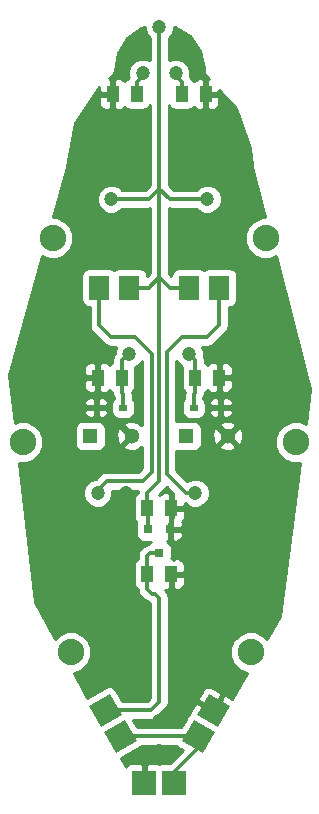
<source format=gbr>
G04 #@! TF.FileFunction,Copper,L2,Bot,Signal*
%FSLAX46Y46*%
G04 Gerber Fmt 4.6, Leading zero omitted, Abs format (unit mm)*
G04 Created by KiCad (PCBNEW 0.201505162027+5655~23~ubuntu14.04.1-product) date Di 25 Aug 2015 00:43:14 CEST*
%MOMM*%
G01*
G04 APERTURE LIST*
%ADD10C,0.100000*%
%ADD11C,2.235200*%
%ADD12R,1.000000X1.397000*%
%ADD13R,0.750000X0.550000*%
%ADD14R,0.800100X0.800100*%
%ADD15R,1.727200X2.032000*%
%ADD16R,2.032000X2.032000*%
%ADD17C,1.300000*%
%ADD18R,1.300000X1.300000*%
%ADD19C,1.200000*%
%ADD20C,0.350000*%
%ADD21C,0.254000*%
G04 APERTURE END LIST*
D10*
D11*
X142240000Y-56134000D03*
X143764000Y-91186000D03*
X160274000Y-56134000D03*
X159004000Y-91186000D03*
X139700000Y-73406000D03*
D12*
X150241000Y-84582000D03*
X152273000Y-84582000D03*
X150241000Y-78994000D03*
X152273000Y-78994000D03*
X154305000Y-67945000D03*
X156337000Y-67945000D03*
X148082000Y-67945000D03*
X146050000Y-67945000D03*
D13*
X154178000Y-70485000D03*
X156464000Y-70485000D03*
X148209000Y-70485000D03*
X145923000Y-70485000D03*
D12*
X153162000Y-43942000D03*
X155194000Y-43942000D03*
X149352000Y-43942000D03*
X147320000Y-43942000D03*
D14*
X150307000Y-80787240D03*
X152207000Y-80787240D03*
X151257000Y-82786220D03*
D10*
G36*
X147583118Y-99685882D02*
X146567118Y-97926118D01*
X148326882Y-96910118D01*
X149342882Y-98669882D01*
X147583118Y-99685882D01*
X147583118Y-99685882D01*
G37*
G36*
X146313118Y-97486177D02*
X145297118Y-95726413D01*
X147056882Y-94710413D01*
X148072882Y-96470177D01*
X146313118Y-97486177D01*
X146313118Y-97486177D01*
G37*
D15*
X148717000Y-60325000D03*
X146177000Y-60325000D03*
X153797000Y-60325000D03*
X156337000Y-60325000D03*
D16*
X149987000Y-102235000D03*
X152527000Y-102235000D03*
D10*
G36*
X157216882Y-95767118D02*
X156200882Y-97526882D01*
X154441118Y-96510882D01*
X155457118Y-94751118D01*
X157216882Y-95767118D01*
X157216882Y-95767118D01*
G37*
G36*
X155946882Y-97966823D02*
X154930882Y-99726587D01*
X153171118Y-98710587D01*
X154187118Y-96950823D01*
X155946882Y-97966823D01*
X155946882Y-97966823D01*
G37*
D17*
X157043000Y-72898000D03*
D18*
X153543000Y-72898000D03*
D17*
X148915000Y-72898000D03*
D18*
X145415000Y-72898000D03*
D11*
X162814000Y-73406000D03*
D19*
X154305000Y-77724000D03*
X153797000Y-65913000D03*
X146050000Y-77724000D03*
X148717000Y-65913000D03*
X152654000Y-42164000D03*
X149860000Y-42164000D03*
X151256661Y-38227000D03*
X147193000Y-52832000D03*
X155321000Y-52832000D03*
X156845000Y-65913000D03*
X145669000Y-65913000D03*
X152935305Y-94742000D03*
X149339935Y-94752160D03*
X148463000Y-77724000D03*
X156718000Y-77724000D03*
X151257000Y-99568000D03*
X151257000Y-97028000D03*
D20*
X151257000Y-82786220D02*
X150512780Y-82786220D01*
X150241000Y-83058000D02*
X150241000Y-84582000D01*
X150512780Y-82786220D02*
X150241000Y-83058000D01*
X150535705Y-96098295D02*
X151257000Y-95377000D01*
X151257000Y-95377000D02*
X151257000Y-94615000D01*
X151257000Y-90043000D02*
X151257000Y-94615000D01*
X150241000Y-85852000D02*
X150622000Y-86233000D01*
X150622000Y-86233000D02*
X150876000Y-86233000D01*
X150876000Y-86233000D02*
X151257000Y-86614000D01*
X151257000Y-86614000D02*
X151257000Y-90043000D01*
X150241000Y-85852000D02*
X150241000Y-84582000D01*
X146685000Y-96098295D02*
X150535705Y-96098295D01*
X151892000Y-65786000D02*
X151892000Y-76073000D01*
X151892000Y-76073000D02*
X152400000Y-76581000D01*
X156337000Y-63500000D02*
X155321000Y-64516000D01*
X155321000Y-64516000D02*
X153162000Y-64516000D01*
X153162000Y-64516000D02*
X152400000Y-65278000D01*
X156337000Y-63500000D02*
X156337000Y-60325000D01*
X154305000Y-77724000D02*
X153543000Y-77724000D01*
X152400000Y-76581000D02*
X153543000Y-77724000D01*
X152400000Y-65278000D02*
X151892000Y-65786000D01*
X154305000Y-67945000D02*
X154305000Y-69215000D01*
X154178000Y-69342000D02*
X154178000Y-70485000D01*
X154305000Y-69215000D02*
X154178000Y-69342000D01*
X153797000Y-65913000D02*
X154305000Y-66421000D01*
X154305000Y-66421000D02*
X154305000Y-67945000D01*
X153797000Y-65913000D02*
X153797000Y-66167000D01*
X146050000Y-77724000D02*
X146050000Y-77470000D01*
X146812000Y-76708000D02*
X146050000Y-77470000D01*
X149987000Y-65278000D02*
X150622000Y-65913000D01*
X146177000Y-63500000D02*
X146177000Y-60325000D01*
X149225000Y-64516000D02*
X149987000Y-65278000D01*
X147193000Y-64516000D02*
X149225000Y-64516000D01*
X146177000Y-63500000D02*
X147193000Y-64516000D01*
X149225000Y-76708000D02*
X147574000Y-76708000D01*
X149860000Y-76708000D02*
X149225000Y-76708000D01*
X150622000Y-75946000D02*
X149860000Y-76708000D01*
X150622000Y-65913000D02*
X150622000Y-75946000D01*
X147574000Y-76708000D02*
X146812000Y-76708000D01*
X148082000Y-67945000D02*
X148082000Y-69215000D01*
X148209000Y-69342000D02*
X148209000Y-70485000D01*
X148082000Y-69215000D02*
X148209000Y-69342000D01*
X148717000Y-65913000D02*
X148590000Y-65913000D01*
X148082000Y-66421000D02*
X148082000Y-67945000D01*
X148590000Y-65913000D02*
X148082000Y-66421000D01*
X152654000Y-42418000D02*
X153162000Y-42926000D01*
X153162000Y-42926000D02*
X153162000Y-43942000D01*
X152654000Y-42164000D02*
X152654000Y-42418000D01*
X149860000Y-42164000D02*
X149860000Y-42418000D01*
X149352000Y-43942000D02*
X149352000Y-42926000D01*
X149860000Y-42418000D02*
X149352000Y-42926000D01*
X151257000Y-59055000D02*
X151257000Y-76708000D01*
X150241000Y-77724000D02*
X150241000Y-78994000D01*
X151257000Y-76708000D02*
X150241000Y-77724000D01*
X151257000Y-42164000D02*
X151257000Y-45085000D01*
X151257000Y-39075867D02*
X151257000Y-42164000D01*
X151256661Y-38227000D02*
X151256661Y-39075528D01*
X151256661Y-39075528D02*
X151257000Y-39075867D01*
X151257000Y-51181000D02*
X151257000Y-59055000D01*
X151257000Y-45085000D02*
X151257000Y-51181000D01*
X151257000Y-59055000D02*
X151257000Y-59436000D01*
X152146000Y-60325000D02*
X153797000Y-60325000D01*
X151257000Y-59436000D02*
X152146000Y-60325000D01*
X150307000Y-79060000D02*
X150241000Y-78994000D01*
X150307000Y-80787240D02*
X150307000Y-79060000D01*
X150368000Y-60325000D02*
X151257000Y-59436000D01*
X148717000Y-60325000D02*
X150368000Y-60325000D01*
X151257000Y-51181000D02*
X151257000Y-51943000D01*
X150368000Y-52832000D02*
X148590000Y-52832000D01*
X150368000Y-52832000D02*
X151257000Y-51943000D01*
X147193000Y-52832000D02*
X148590000Y-52832000D01*
X152146000Y-52832000D02*
X151257000Y-51943000D01*
X152146000Y-52832000D02*
X153162000Y-52832000D01*
X155321000Y-52832000D02*
X153162000Y-52832000D01*
X154518295Y-98298000D02*
X154559000Y-98338705D01*
X154559000Y-99314000D02*
X154559000Y-98338705D01*
X152527000Y-101346000D02*
X154559000Y-99314000D01*
X152527000Y-102235000D02*
X152527000Y-101346000D01*
X147955000Y-98298000D02*
X154518295Y-98298000D01*
X156845000Y-65913000D02*
X156845000Y-66040000D01*
X146050000Y-70358000D02*
X145923000Y-70485000D01*
X145669000Y-65913000D02*
X145669000Y-66294000D01*
X152273000Y-94079695D02*
X152273000Y-93508830D01*
X152935305Y-94742000D02*
X152273000Y-94079695D01*
X152273000Y-93508830D02*
X152273000Y-84582000D01*
X149987000Y-100838000D02*
X151257000Y-99568000D01*
X149987000Y-102235000D02*
X149987000Y-100838000D01*
D21*
G36*
X150540198Y-81834730D02*
X150402023Y-81925497D01*
X150345296Y-82009534D01*
X150202806Y-82037878D01*
X150097550Y-82108207D01*
X149940024Y-82213463D01*
X149668244Y-82485244D01*
X149492658Y-82748026D01*
X149431000Y-83058000D01*
X149431000Y-83327625D01*
X149286073Y-83422827D01*
X149143623Y-83633860D01*
X149093560Y-83883500D01*
X149093560Y-85280500D01*
X149140537Y-85522623D01*
X149280327Y-85735427D01*
X149431000Y-85837133D01*
X149431000Y-85852000D01*
X149492658Y-86161974D01*
X149668244Y-86424756D01*
X150049243Y-86805756D01*
X150049244Y-86805756D01*
X150180635Y-86893549D01*
X150312026Y-86981342D01*
X150312027Y-86981342D01*
X150447000Y-87008190D01*
X150447000Y-90043000D01*
X150447000Y-94615000D01*
X150447000Y-95041487D01*
X150200192Y-95288295D01*
X148138122Y-95288295D01*
X147617582Y-94386693D01*
X147455836Y-94200497D01*
X147228373Y-94086098D01*
X146974389Y-94068250D01*
X146733162Y-94149713D01*
X145167396Y-95053708D01*
X144000870Y-92938806D01*
X144111084Y-92938903D01*
X144755471Y-92672648D01*
X145248915Y-92180064D01*
X145516295Y-91536143D01*
X145516903Y-90838916D01*
X145250648Y-90194529D01*
X144758064Y-89701085D01*
X144114143Y-89433705D01*
X143416916Y-89433097D01*
X142772529Y-89699352D01*
X142412375Y-90058877D01*
X140697432Y-86949701D01*
X139378983Y-75158320D01*
X140047084Y-75158903D01*
X140691471Y-74892648D01*
X141184915Y-74400064D01*
X141452295Y-73756143D01*
X141452903Y-73058916D01*
X141186648Y-72414529D01*
X140694064Y-71921085D01*
X140050143Y-71653705D01*
X139352916Y-71653097D01*
X139003205Y-71797594D01*
X138546996Y-67717545D01*
X141323607Y-57651167D01*
X141889857Y-57886295D01*
X142587084Y-57886903D01*
X143231471Y-57620648D01*
X143724915Y-57128064D01*
X143992295Y-56484143D01*
X143992903Y-55786916D01*
X143726648Y-55142529D01*
X143234064Y-54649085D01*
X142590143Y-54381705D01*
X142225512Y-54381387D01*
X143408340Y-50093141D01*
X143411026Y-50056291D01*
X143414727Y-50047359D01*
X144142193Y-46390134D01*
X146161380Y-43368207D01*
X146185000Y-43347997D01*
X146185000Y-43369809D01*
X146185000Y-43656250D01*
X146343750Y-43815000D01*
X147193000Y-43815000D01*
X147193000Y-42767250D01*
X147041179Y-42615429D01*
X147257336Y-42430481D01*
X147321237Y-42349273D01*
X147392193Y-42274144D01*
X147403311Y-42244971D01*
X147422616Y-42220439D01*
X147450577Y-42120957D01*
X147487380Y-42024395D01*
X147754381Y-40448039D01*
X148531868Y-39209264D01*
X149724233Y-38362314D01*
X150021601Y-38294281D01*
X150021447Y-38471579D01*
X150209069Y-38925657D01*
X150447000Y-39164004D01*
X150447000Y-41070505D01*
X150106734Y-40929215D01*
X149615421Y-40928786D01*
X149161343Y-41116408D01*
X148813629Y-41463515D01*
X148625215Y-41917266D01*
X148624786Y-42408579D01*
X148669676Y-42517222D01*
X148603658Y-42616026D01*
X148596543Y-42651795D01*
X148596542Y-42651796D01*
X148397073Y-42782827D01*
X148340767Y-42866241D01*
X148179698Y-42705173D01*
X147946309Y-42608500D01*
X147605750Y-42608500D01*
X147447000Y-42767250D01*
X147447000Y-43815000D01*
X147467000Y-43815000D01*
X147467000Y-44069000D01*
X147447000Y-44069000D01*
X147447000Y-45116750D01*
X147605750Y-45275500D01*
X147946309Y-45275500D01*
X148179698Y-45178827D01*
X148340489Y-45018036D01*
X148391327Y-45095427D01*
X148602360Y-45237877D01*
X148852000Y-45287940D01*
X149852000Y-45287940D01*
X150094123Y-45240963D01*
X150306927Y-45101173D01*
X150447000Y-44893661D01*
X150447000Y-45085000D01*
X150447000Y-51181000D01*
X150447000Y-51607487D01*
X150032487Y-52022000D01*
X148590000Y-52022000D01*
X148129443Y-52022000D01*
X147893485Y-51785629D01*
X147439734Y-51597215D01*
X147193000Y-51596999D01*
X147193000Y-45116750D01*
X147193000Y-44069000D01*
X146343750Y-44069000D01*
X146185000Y-44227750D01*
X146185000Y-44514191D01*
X146185000Y-44766810D01*
X146281673Y-45000199D01*
X146460302Y-45178827D01*
X146693691Y-45275500D01*
X147034250Y-45275500D01*
X147193000Y-45116750D01*
X147193000Y-51596999D01*
X146948421Y-51596786D01*
X146494343Y-51784408D01*
X146146629Y-52131515D01*
X145958215Y-52585266D01*
X145957786Y-53076579D01*
X146145408Y-53530657D01*
X146492515Y-53878371D01*
X146946266Y-54066785D01*
X147437579Y-54067214D01*
X147891657Y-53879592D01*
X148129664Y-53642000D01*
X148590000Y-53642000D01*
X150368000Y-53642000D01*
X150368000Y-53641999D01*
X150447000Y-53626285D01*
X150447000Y-59055000D01*
X150447000Y-59100487D01*
X150228040Y-59319447D01*
X150228040Y-59309000D01*
X150181063Y-59066877D01*
X150041273Y-58854073D01*
X149830240Y-58711623D01*
X149580600Y-58661560D01*
X147853400Y-58661560D01*
X147611277Y-58708537D01*
X147446258Y-58816937D01*
X147290240Y-58711623D01*
X147040600Y-58661560D01*
X145313400Y-58661560D01*
X145071277Y-58708537D01*
X144858473Y-58848327D01*
X144716023Y-59059360D01*
X144665960Y-59309000D01*
X144665960Y-61341000D01*
X144712937Y-61583123D01*
X144852727Y-61795927D01*
X145063760Y-61938377D01*
X145313400Y-61988440D01*
X145367000Y-61988440D01*
X145367000Y-63500000D01*
X145428658Y-63809974D01*
X145604244Y-64072756D01*
X146620244Y-65088757D01*
X146777770Y-65194012D01*
X146883026Y-65264342D01*
X146883027Y-65264342D01*
X147193000Y-65326000D01*
X147623505Y-65326000D01*
X147482215Y-65666266D01*
X147482020Y-65888986D01*
X147333658Y-66111026D01*
X147272000Y-66421000D01*
X147272000Y-66690625D01*
X147127073Y-66785827D01*
X147070767Y-66869241D01*
X146909698Y-66708173D01*
X146676309Y-66611500D01*
X146335750Y-66611500D01*
X146177000Y-66770250D01*
X146177000Y-67818000D01*
X146197000Y-67818000D01*
X146197000Y-68072000D01*
X146177000Y-68072000D01*
X146177000Y-69119750D01*
X146335750Y-69278500D01*
X146676309Y-69278500D01*
X146909698Y-69181827D01*
X147070489Y-69021036D01*
X147121327Y-69098427D01*
X147272000Y-69200133D01*
X147272000Y-69215000D01*
X147333658Y-69524974D01*
X147399000Y-69622764D01*
X147399000Y-69736237D01*
X147379073Y-69749327D01*
X147236623Y-69960360D01*
X147186560Y-70210000D01*
X147186560Y-70760000D01*
X147233537Y-71002123D01*
X147373327Y-71214927D01*
X147584360Y-71357377D01*
X147834000Y-71407440D01*
X148584000Y-71407440D01*
X148826123Y-71360463D01*
X149038927Y-71220673D01*
X149181377Y-71009640D01*
X149231440Y-70760000D01*
X149231440Y-70210000D01*
X149184463Y-69967877D01*
X149044673Y-69755073D01*
X149019000Y-69737743D01*
X149019000Y-69342000D01*
X148979231Y-69142073D01*
X148979231Y-69142072D01*
X149036927Y-69104173D01*
X149179377Y-68893140D01*
X149229440Y-68643500D01*
X149229440Y-67246500D01*
X149191905Y-67053044D01*
X149415657Y-66960592D01*
X149763371Y-66613485D01*
X149812000Y-66496373D01*
X149812000Y-71945652D01*
X149749870Y-71883522D01*
X149634409Y-71998982D01*
X149578729Y-71768389D01*
X149095922Y-71600378D01*
X148585572Y-71629917D01*
X148251271Y-71768389D01*
X148195590Y-71998984D01*
X148915000Y-72718395D01*
X148929142Y-72704252D01*
X149108747Y-72883857D01*
X149094605Y-72898000D01*
X149108747Y-72912142D01*
X148929142Y-73091747D01*
X148915000Y-73077605D01*
X148735395Y-73257210D01*
X148735395Y-72898000D01*
X148015984Y-72178590D01*
X147785389Y-72234271D01*
X147617378Y-72717078D01*
X147646917Y-73227428D01*
X147785389Y-73561729D01*
X148015984Y-73617410D01*
X148735395Y-72898000D01*
X148735395Y-73257210D01*
X148195590Y-73797016D01*
X148251271Y-74027611D01*
X148734078Y-74195622D01*
X149244428Y-74166083D01*
X149578729Y-74027611D01*
X149634409Y-73797017D01*
X149634410Y-73797018D01*
X149749870Y-73912478D01*
X149812000Y-73850348D01*
X149812000Y-75610487D01*
X149634410Y-75788077D01*
X149524487Y-75898000D01*
X149225000Y-75898000D01*
X147574000Y-75898000D01*
X146933000Y-75898000D01*
X146933000Y-70886310D01*
X146933000Y-70770750D01*
X146933000Y-70199250D01*
X146933000Y-70083690D01*
X146836327Y-69850301D01*
X146657698Y-69671673D01*
X146424309Y-69575000D01*
X146208750Y-69575000D01*
X146050000Y-69733750D01*
X146050000Y-70358000D01*
X146774250Y-70358000D01*
X146933000Y-70199250D01*
X146933000Y-70770750D01*
X146774250Y-70612000D01*
X146050000Y-70612000D01*
X146050000Y-71236250D01*
X146208750Y-71395000D01*
X146424309Y-71395000D01*
X146657698Y-71298327D01*
X146836327Y-71119699D01*
X146933000Y-70886310D01*
X146933000Y-75898000D01*
X146812000Y-75898000D01*
X146712440Y-75917803D01*
X146712440Y-73548000D01*
X146712440Y-72248000D01*
X146665463Y-72005877D01*
X146525673Y-71793073D01*
X146314640Y-71650623D01*
X146065000Y-71600560D01*
X145923000Y-71600560D01*
X145923000Y-69119750D01*
X145923000Y-68072000D01*
X145923000Y-67818000D01*
X145923000Y-66770250D01*
X145764250Y-66611500D01*
X145423691Y-66611500D01*
X145190302Y-66708173D01*
X145011673Y-66886801D01*
X144915000Y-67120190D01*
X144915000Y-67372809D01*
X144915000Y-67659250D01*
X145073750Y-67818000D01*
X145923000Y-67818000D01*
X145923000Y-68072000D01*
X145073750Y-68072000D01*
X144915000Y-68230750D01*
X144915000Y-68517191D01*
X144915000Y-68769810D01*
X145011673Y-69003199D01*
X145190302Y-69181827D01*
X145423691Y-69278500D01*
X145764250Y-69278500D01*
X145923000Y-69119750D01*
X145923000Y-71600560D01*
X145796000Y-71600560D01*
X145796000Y-71236250D01*
X145796000Y-70612000D01*
X145796000Y-70358000D01*
X145796000Y-69733750D01*
X145637250Y-69575000D01*
X145421691Y-69575000D01*
X145188302Y-69671673D01*
X145009673Y-69850301D01*
X144913000Y-70083690D01*
X144913000Y-70199250D01*
X145071750Y-70358000D01*
X145796000Y-70358000D01*
X145796000Y-70612000D01*
X145071750Y-70612000D01*
X144913000Y-70770750D01*
X144913000Y-70886310D01*
X145009673Y-71119699D01*
X145188302Y-71298327D01*
X145421691Y-71395000D01*
X145637250Y-71395000D01*
X145796000Y-71236250D01*
X145796000Y-71600560D01*
X144765000Y-71600560D01*
X144522877Y-71647537D01*
X144310073Y-71787327D01*
X144167623Y-71998360D01*
X144117560Y-72248000D01*
X144117560Y-73548000D01*
X144164537Y-73790123D01*
X144304327Y-74002927D01*
X144515360Y-74145377D01*
X144765000Y-74195440D01*
X146065000Y-74195440D01*
X146307123Y-74148463D01*
X146519927Y-74008673D01*
X146662377Y-73797640D01*
X146712440Y-73548000D01*
X146712440Y-75917803D01*
X146639896Y-75932233D01*
X146502027Y-75959657D01*
X146239244Y-76135243D01*
X145885631Y-76488856D01*
X145805421Y-76488786D01*
X145351343Y-76676408D01*
X145003629Y-77023515D01*
X144815215Y-77477266D01*
X144814786Y-77968579D01*
X145002408Y-78422657D01*
X145349515Y-78770371D01*
X145803266Y-78958785D01*
X146294579Y-78959214D01*
X146748657Y-78771592D01*
X147096371Y-78424485D01*
X147284785Y-77970734D01*
X147285180Y-77518000D01*
X147574000Y-77518000D01*
X149225000Y-77518000D01*
X149471976Y-77518000D01*
X149431000Y-77724000D01*
X149431000Y-77739625D01*
X149286073Y-77834827D01*
X149143623Y-78045860D01*
X149093560Y-78295500D01*
X149093560Y-79692500D01*
X149140537Y-79934623D01*
X149280327Y-80147427D01*
X149304341Y-80163637D01*
X149259510Y-80387190D01*
X149259510Y-81187290D01*
X149306487Y-81429413D01*
X149446277Y-81642217D01*
X149657310Y-81784667D01*
X149906950Y-81834730D01*
X150540198Y-81834730D01*
X150540198Y-81834730D01*
G37*
X150540198Y-81834730D02*
X150402023Y-81925497D01*
X150345296Y-82009534D01*
X150202806Y-82037878D01*
X150097550Y-82108207D01*
X149940024Y-82213463D01*
X149668244Y-82485244D01*
X149492658Y-82748026D01*
X149431000Y-83058000D01*
X149431000Y-83327625D01*
X149286073Y-83422827D01*
X149143623Y-83633860D01*
X149093560Y-83883500D01*
X149093560Y-85280500D01*
X149140537Y-85522623D01*
X149280327Y-85735427D01*
X149431000Y-85837133D01*
X149431000Y-85852000D01*
X149492658Y-86161974D01*
X149668244Y-86424756D01*
X150049243Y-86805756D01*
X150049244Y-86805756D01*
X150180635Y-86893549D01*
X150312026Y-86981342D01*
X150312027Y-86981342D01*
X150447000Y-87008190D01*
X150447000Y-90043000D01*
X150447000Y-94615000D01*
X150447000Y-95041487D01*
X150200192Y-95288295D01*
X148138122Y-95288295D01*
X147617582Y-94386693D01*
X147455836Y-94200497D01*
X147228373Y-94086098D01*
X146974389Y-94068250D01*
X146733162Y-94149713D01*
X145167396Y-95053708D01*
X144000870Y-92938806D01*
X144111084Y-92938903D01*
X144755471Y-92672648D01*
X145248915Y-92180064D01*
X145516295Y-91536143D01*
X145516903Y-90838916D01*
X145250648Y-90194529D01*
X144758064Y-89701085D01*
X144114143Y-89433705D01*
X143416916Y-89433097D01*
X142772529Y-89699352D01*
X142412375Y-90058877D01*
X140697432Y-86949701D01*
X139378983Y-75158320D01*
X140047084Y-75158903D01*
X140691471Y-74892648D01*
X141184915Y-74400064D01*
X141452295Y-73756143D01*
X141452903Y-73058916D01*
X141186648Y-72414529D01*
X140694064Y-71921085D01*
X140050143Y-71653705D01*
X139352916Y-71653097D01*
X139003205Y-71797594D01*
X138546996Y-67717545D01*
X141323607Y-57651167D01*
X141889857Y-57886295D01*
X142587084Y-57886903D01*
X143231471Y-57620648D01*
X143724915Y-57128064D01*
X143992295Y-56484143D01*
X143992903Y-55786916D01*
X143726648Y-55142529D01*
X143234064Y-54649085D01*
X142590143Y-54381705D01*
X142225512Y-54381387D01*
X143408340Y-50093141D01*
X143411026Y-50056291D01*
X143414727Y-50047359D01*
X144142193Y-46390134D01*
X146161380Y-43368207D01*
X146185000Y-43347997D01*
X146185000Y-43369809D01*
X146185000Y-43656250D01*
X146343750Y-43815000D01*
X147193000Y-43815000D01*
X147193000Y-42767250D01*
X147041179Y-42615429D01*
X147257336Y-42430481D01*
X147321237Y-42349273D01*
X147392193Y-42274144D01*
X147403311Y-42244971D01*
X147422616Y-42220439D01*
X147450577Y-42120957D01*
X147487380Y-42024395D01*
X147754381Y-40448039D01*
X148531868Y-39209264D01*
X149724233Y-38362314D01*
X150021601Y-38294281D01*
X150021447Y-38471579D01*
X150209069Y-38925657D01*
X150447000Y-39164004D01*
X150447000Y-41070505D01*
X150106734Y-40929215D01*
X149615421Y-40928786D01*
X149161343Y-41116408D01*
X148813629Y-41463515D01*
X148625215Y-41917266D01*
X148624786Y-42408579D01*
X148669676Y-42517222D01*
X148603658Y-42616026D01*
X148596543Y-42651795D01*
X148596542Y-42651796D01*
X148397073Y-42782827D01*
X148340767Y-42866241D01*
X148179698Y-42705173D01*
X147946309Y-42608500D01*
X147605750Y-42608500D01*
X147447000Y-42767250D01*
X147447000Y-43815000D01*
X147467000Y-43815000D01*
X147467000Y-44069000D01*
X147447000Y-44069000D01*
X147447000Y-45116750D01*
X147605750Y-45275500D01*
X147946309Y-45275500D01*
X148179698Y-45178827D01*
X148340489Y-45018036D01*
X148391327Y-45095427D01*
X148602360Y-45237877D01*
X148852000Y-45287940D01*
X149852000Y-45287940D01*
X150094123Y-45240963D01*
X150306927Y-45101173D01*
X150447000Y-44893661D01*
X150447000Y-45085000D01*
X150447000Y-51181000D01*
X150447000Y-51607487D01*
X150032487Y-52022000D01*
X148590000Y-52022000D01*
X148129443Y-52022000D01*
X147893485Y-51785629D01*
X147439734Y-51597215D01*
X147193000Y-51596999D01*
X147193000Y-45116750D01*
X147193000Y-44069000D01*
X146343750Y-44069000D01*
X146185000Y-44227750D01*
X146185000Y-44514191D01*
X146185000Y-44766810D01*
X146281673Y-45000199D01*
X146460302Y-45178827D01*
X146693691Y-45275500D01*
X147034250Y-45275500D01*
X147193000Y-45116750D01*
X147193000Y-51596999D01*
X146948421Y-51596786D01*
X146494343Y-51784408D01*
X146146629Y-52131515D01*
X145958215Y-52585266D01*
X145957786Y-53076579D01*
X146145408Y-53530657D01*
X146492515Y-53878371D01*
X146946266Y-54066785D01*
X147437579Y-54067214D01*
X147891657Y-53879592D01*
X148129664Y-53642000D01*
X148590000Y-53642000D01*
X150368000Y-53642000D01*
X150368000Y-53641999D01*
X150447000Y-53626285D01*
X150447000Y-59055000D01*
X150447000Y-59100487D01*
X150228040Y-59319447D01*
X150228040Y-59309000D01*
X150181063Y-59066877D01*
X150041273Y-58854073D01*
X149830240Y-58711623D01*
X149580600Y-58661560D01*
X147853400Y-58661560D01*
X147611277Y-58708537D01*
X147446258Y-58816937D01*
X147290240Y-58711623D01*
X147040600Y-58661560D01*
X145313400Y-58661560D01*
X145071277Y-58708537D01*
X144858473Y-58848327D01*
X144716023Y-59059360D01*
X144665960Y-59309000D01*
X144665960Y-61341000D01*
X144712937Y-61583123D01*
X144852727Y-61795927D01*
X145063760Y-61938377D01*
X145313400Y-61988440D01*
X145367000Y-61988440D01*
X145367000Y-63500000D01*
X145428658Y-63809974D01*
X145604244Y-64072756D01*
X146620244Y-65088757D01*
X146777770Y-65194012D01*
X146883026Y-65264342D01*
X146883027Y-65264342D01*
X147193000Y-65326000D01*
X147623505Y-65326000D01*
X147482215Y-65666266D01*
X147482020Y-65888986D01*
X147333658Y-66111026D01*
X147272000Y-66421000D01*
X147272000Y-66690625D01*
X147127073Y-66785827D01*
X147070767Y-66869241D01*
X146909698Y-66708173D01*
X146676309Y-66611500D01*
X146335750Y-66611500D01*
X146177000Y-66770250D01*
X146177000Y-67818000D01*
X146197000Y-67818000D01*
X146197000Y-68072000D01*
X146177000Y-68072000D01*
X146177000Y-69119750D01*
X146335750Y-69278500D01*
X146676309Y-69278500D01*
X146909698Y-69181827D01*
X147070489Y-69021036D01*
X147121327Y-69098427D01*
X147272000Y-69200133D01*
X147272000Y-69215000D01*
X147333658Y-69524974D01*
X147399000Y-69622764D01*
X147399000Y-69736237D01*
X147379073Y-69749327D01*
X147236623Y-69960360D01*
X147186560Y-70210000D01*
X147186560Y-70760000D01*
X147233537Y-71002123D01*
X147373327Y-71214927D01*
X147584360Y-71357377D01*
X147834000Y-71407440D01*
X148584000Y-71407440D01*
X148826123Y-71360463D01*
X149038927Y-71220673D01*
X149181377Y-71009640D01*
X149231440Y-70760000D01*
X149231440Y-70210000D01*
X149184463Y-69967877D01*
X149044673Y-69755073D01*
X149019000Y-69737743D01*
X149019000Y-69342000D01*
X148979231Y-69142073D01*
X148979231Y-69142072D01*
X149036927Y-69104173D01*
X149179377Y-68893140D01*
X149229440Y-68643500D01*
X149229440Y-67246500D01*
X149191905Y-67053044D01*
X149415657Y-66960592D01*
X149763371Y-66613485D01*
X149812000Y-66496373D01*
X149812000Y-71945652D01*
X149749870Y-71883522D01*
X149634409Y-71998982D01*
X149578729Y-71768389D01*
X149095922Y-71600378D01*
X148585572Y-71629917D01*
X148251271Y-71768389D01*
X148195590Y-71998984D01*
X148915000Y-72718395D01*
X148929142Y-72704252D01*
X149108747Y-72883857D01*
X149094605Y-72898000D01*
X149108747Y-72912142D01*
X148929142Y-73091747D01*
X148915000Y-73077605D01*
X148735395Y-73257210D01*
X148735395Y-72898000D01*
X148015984Y-72178590D01*
X147785389Y-72234271D01*
X147617378Y-72717078D01*
X147646917Y-73227428D01*
X147785389Y-73561729D01*
X148015984Y-73617410D01*
X148735395Y-72898000D01*
X148735395Y-73257210D01*
X148195590Y-73797016D01*
X148251271Y-74027611D01*
X148734078Y-74195622D01*
X149244428Y-74166083D01*
X149578729Y-74027611D01*
X149634409Y-73797017D01*
X149634410Y-73797018D01*
X149749870Y-73912478D01*
X149812000Y-73850348D01*
X149812000Y-75610487D01*
X149634410Y-75788077D01*
X149524487Y-75898000D01*
X149225000Y-75898000D01*
X147574000Y-75898000D01*
X146933000Y-75898000D01*
X146933000Y-70886310D01*
X146933000Y-70770750D01*
X146933000Y-70199250D01*
X146933000Y-70083690D01*
X146836327Y-69850301D01*
X146657698Y-69671673D01*
X146424309Y-69575000D01*
X146208750Y-69575000D01*
X146050000Y-69733750D01*
X146050000Y-70358000D01*
X146774250Y-70358000D01*
X146933000Y-70199250D01*
X146933000Y-70770750D01*
X146774250Y-70612000D01*
X146050000Y-70612000D01*
X146050000Y-71236250D01*
X146208750Y-71395000D01*
X146424309Y-71395000D01*
X146657698Y-71298327D01*
X146836327Y-71119699D01*
X146933000Y-70886310D01*
X146933000Y-75898000D01*
X146812000Y-75898000D01*
X146712440Y-75917803D01*
X146712440Y-73548000D01*
X146712440Y-72248000D01*
X146665463Y-72005877D01*
X146525673Y-71793073D01*
X146314640Y-71650623D01*
X146065000Y-71600560D01*
X145923000Y-71600560D01*
X145923000Y-69119750D01*
X145923000Y-68072000D01*
X145923000Y-67818000D01*
X145923000Y-66770250D01*
X145764250Y-66611500D01*
X145423691Y-66611500D01*
X145190302Y-66708173D01*
X145011673Y-66886801D01*
X144915000Y-67120190D01*
X144915000Y-67372809D01*
X144915000Y-67659250D01*
X145073750Y-67818000D01*
X145923000Y-67818000D01*
X145923000Y-68072000D01*
X145073750Y-68072000D01*
X144915000Y-68230750D01*
X144915000Y-68517191D01*
X144915000Y-68769810D01*
X145011673Y-69003199D01*
X145190302Y-69181827D01*
X145423691Y-69278500D01*
X145764250Y-69278500D01*
X145923000Y-69119750D01*
X145923000Y-71600560D01*
X145796000Y-71600560D01*
X145796000Y-71236250D01*
X145796000Y-70612000D01*
X145796000Y-70358000D01*
X145796000Y-69733750D01*
X145637250Y-69575000D01*
X145421691Y-69575000D01*
X145188302Y-69671673D01*
X145009673Y-69850301D01*
X144913000Y-70083690D01*
X144913000Y-70199250D01*
X145071750Y-70358000D01*
X145796000Y-70358000D01*
X145796000Y-70612000D01*
X145071750Y-70612000D01*
X144913000Y-70770750D01*
X144913000Y-70886310D01*
X145009673Y-71119699D01*
X145188302Y-71298327D01*
X145421691Y-71395000D01*
X145637250Y-71395000D01*
X145796000Y-71236250D01*
X145796000Y-71600560D01*
X144765000Y-71600560D01*
X144522877Y-71647537D01*
X144310073Y-71787327D01*
X144167623Y-71998360D01*
X144117560Y-72248000D01*
X144117560Y-73548000D01*
X144164537Y-73790123D01*
X144304327Y-74002927D01*
X144515360Y-74145377D01*
X144765000Y-74195440D01*
X146065000Y-74195440D01*
X146307123Y-74148463D01*
X146519927Y-74008673D01*
X146662377Y-73797640D01*
X146712440Y-73548000D01*
X146712440Y-75917803D01*
X146639896Y-75932233D01*
X146502027Y-75959657D01*
X146239244Y-76135243D01*
X145885631Y-76488856D01*
X145805421Y-76488786D01*
X145351343Y-76676408D01*
X145003629Y-77023515D01*
X144815215Y-77477266D01*
X144814786Y-77968579D01*
X145002408Y-78422657D01*
X145349515Y-78770371D01*
X145803266Y-78958785D01*
X146294579Y-78959214D01*
X146748657Y-78771592D01*
X147096371Y-78424485D01*
X147284785Y-77970734D01*
X147285180Y-77518000D01*
X147574000Y-77518000D01*
X149225000Y-77518000D01*
X149471976Y-77518000D01*
X149431000Y-77724000D01*
X149431000Y-77739625D01*
X149286073Y-77834827D01*
X149143623Y-78045860D01*
X149093560Y-78295500D01*
X149093560Y-79692500D01*
X149140537Y-79934623D01*
X149280327Y-80147427D01*
X149304341Y-80163637D01*
X149259510Y-80387190D01*
X149259510Y-81187290D01*
X149306487Y-81429413D01*
X149446277Y-81642217D01*
X149657310Y-81784667D01*
X149906950Y-81834730D01*
X150540198Y-81834730D01*
G36*
X153233363Y-99494124D02*
X152155927Y-100571560D01*
X151511000Y-100571560D01*
X151268877Y-100618537D01*
X151247148Y-100632810D01*
X151129310Y-100584000D01*
X150876691Y-100584000D01*
X150272750Y-100584000D01*
X150114000Y-100742750D01*
X150114000Y-102108000D01*
X150134000Y-102108000D01*
X150134000Y-102362000D01*
X150114000Y-102362000D01*
X150114000Y-102382000D01*
X149860000Y-102382000D01*
X149860000Y-102362000D01*
X149840000Y-102362000D01*
X149840000Y-102108000D01*
X149860000Y-102108000D01*
X149860000Y-100742750D01*
X149701250Y-100584000D01*
X149097309Y-100584000D01*
X148844690Y-100584000D01*
X148611301Y-100680673D01*
X148432673Y-100859302D01*
X148405627Y-100924594D01*
X148001505Y-100191925D01*
X149666602Y-99230582D01*
X149807713Y-99108000D01*
X152661793Y-99108000D01*
X152847398Y-99271287D01*
X153233363Y-99494124D01*
X153233363Y-99494124D01*
G37*
X153233363Y-99494124D02*
X152155927Y-100571560D01*
X151511000Y-100571560D01*
X151268877Y-100618537D01*
X151247148Y-100632810D01*
X151129310Y-100584000D01*
X150876691Y-100584000D01*
X150272750Y-100584000D01*
X150114000Y-100742750D01*
X150114000Y-102108000D01*
X150134000Y-102108000D01*
X150134000Y-102362000D01*
X150114000Y-102362000D01*
X150114000Y-102382000D01*
X149860000Y-102382000D01*
X149860000Y-102362000D01*
X149840000Y-102362000D01*
X149840000Y-102108000D01*
X149860000Y-102108000D01*
X149860000Y-100742750D01*
X149701250Y-100584000D01*
X149097309Y-100584000D01*
X148844690Y-100584000D01*
X148611301Y-100680673D01*
X148432673Y-100859302D01*
X148405627Y-100924594D01*
X148001505Y-100191925D01*
X149666602Y-99230582D01*
X149807713Y-99108000D01*
X152661793Y-99108000D01*
X152847398Y-99271287D01*
X153233363Y-99494124D01*
G36*
X164061401Y-68932147D02*
X163661400Y-71860184D01*
X163164143Y-71653705D01*
X162466916Y-71653097D01*
X161822529Y-71919352D01*
X161329085Y-72411936D01*
X161061705Y-73055857D01*
X161061097Y-73753084D01*
X161327352Y-74397471D01*
X161819936Y-74890915D01*
X162463857Y-75158295D01*
X163161084Y-75158903D01*
X163213732Y-75137148D01*
X161442042Y-88106062D01*
X160341449Y-90045069D01*
X159998064Y-89701085D01*
X159354143Y-89433705D01*
X158656916Y-89433097D01*
X158340622Y-89563786D01*
X158340622Y-73078922D01*
X158311083Y-72568572D01*
X158172611Y-72234271D01*
X157942016Y-72178590D01*
X157762410Y-72358195D01*
X157762410Y-71998984D01*
X157706729Y-71768389D01*
X157474000Y-71687402D01*
X157474000Y-70886310D01*
X157474000Y-70770750D01*
X157474000Y-70199250D01*
X157474000Y-70083690D01*
X157472000Y-70078861D01*
X157472000Y-68769810D01*
X157472000Y-68517191D01*
X157472000Y-68230750D01*
X157472000Y-67659250D01*
X157472000Y-67372809D01*
X157472000Y-67120190D01*
X157375327Y-66886801D01*
X157196698Y-66708173D01*
X156963309Y-66611500D01*
X156622750Y-66611500D01*
X156464000Y-66770250D01*
X156464000Y-67818000D01*
X157313250Y-67818000D01*
X157472000Y-67659250D01*
X157472000Y-68230750D01*
X157313250Y-68072000D01*
X156464000Y-68072000D01*
X156464000Y-69119750D01*
X156622750Y-69278500D01*
X156963309Y-69278500D01*
X157196698Y-69181827D01*
X157375327Y-69003199D01*
X157472000Y-68769810D01*
X157472000Y-70078861D01*
X157377327Y-69850301D01*
X157198698Y-69671673D01*
X156965309Y-69575000D01*
X156749750Y-69575000D01*
X156591000Y-69733750D01*
X156591000Y-70358000D01*
X157315250Y-70358000D01*
X157474000Y-70199250D01*
X157474000Y-70770750D01*
X157315250Y-70612000D01*
X156591000Y-70612000D01*
X156591000Y-71236250D01*
X156749750Y-71395000D01*
X156965309Y-71395000D01*
X157198698Y-71298327D01*
X157377327Y-71119699D01*
X157474000Y-70886310D01*
X157474000Y-71687402D01*
X157223922Y-71600378D01*
X156713572Y-71629917D01*
X156379271Y-71768389D01*
X156337000Y-71943448D01*
X156337000Y-71236250D01*
X156337000Y-70612000D01*
X156337000Y-70358000D01*
X156337000Y-69733750D01*
X156178250Y-69575000D01*
X155962691Y-69575000D01*
X155729302Y-69671673D01*
X155550673Y-69850301D01*
X155454000Y-70083690D01*
X155454000Y-70199250D01*
X155612750Y-70358000D01*
X156337000Y-70358000D01*
X156337000Y-70612000D01*
X155612750Y-70612000D01*
X155454000Y-70770750D01*
X155454000Y-70886310D01*
X155550673Y-71119699D01*
X155729302Y-71298327D01*
X155962691Y-71395000D01*
X156178250Y-71395000D01*
X156337000Y-71236250D01*
X156337000Y-71943448D01*
X156323590Y-71998984D01*
X157043000Y-72718395D01*
X157762410Y-71998984D01*
X157762410Y-72358195D01*
X157222605Y-72898000D01*
X157942016Y-73617410D01*
X158172611Y-73561729D01*
X158340622Y-73078922D01*
X158340622Y-89563786D01*
X158012529Y-89699352D01*
X157762410Y-89949035D01*
X157762410Y-73797016D01*
X157043000Y-73077605D01*
X156863395Y-73257210D01*
X156863395Y-72898000D01*
X156143984Y-72178590D01*
X155913389Y-72234271D01*
X155745378Y-72717078D01*
X155774917Y-73227428D01*
X155913389Y-73561729D01*
X156143984Y-73617410D01*
X156863395Y-72898000D01*
X156863395Y-73257210D01*
X156323590Y-73797016D01*
X156379271Y-74027611D01*
X156862078Y-74195622D01*
X157372428Y-74166083D01*
X157706729Y-74027611D01*
X157762410Y-73797016D01*
X157762410Y-89949035D01*
X157519085Y-90191936D01*
X157251705Y-90835857D01*
X157251097Y-91533084D01*
X157517352Y-92177471D01*
X158009936Y-92670915D01*
X158653857Y-92938295D01*
X158699213Y-92938334D01*
X157437475Y-95161243D01*
X156901967Y-94852067D01*
X156685110Y-94910174D01*
X156465140Y-95291173D01*
X156465140Y-94783174D01*
X156407033Y-94566317D01*
X155665231Y-94138038D01*
X155414774Y-94105064D01*
X155170763Y-94170446D01*
X154970347Y-94324231D01*
X154844038Y-94543005D01*
X154542067Y-95066033D01*
X154600174Y-95282890D01*
X155782515Y-95965515D01*
X156465140Y-94783174D01*
X156465140Y-95291173D01*
X156002485Y-96092515D01*
X156019805Y-96102515D01*
X155892805Y-96322485D01*
X155875485Y-96312485D01*
X155865484Y-96329805D01*
X155645514Y-96202805D01*
X155655515Y-96185485D01*
X154473174Y-95502860D01*
X154256317Y-95560967D01*
X153954347Y-96083995D01*
X153828037Y-96302769D01*
X153811595Y-96427655D01*
X153794595Y-96435940D01*
X153626418Y-96627103D01*
X153408000Y-97005413D01*
X153408000Y-85406810D01*
X153408000Y-85154191D01*
X153408000Y-84867750D01*
X153249250Y-84709000D01*
X152400000Y-84709000D01*
X152400000Y-85756750D01*
X152558750Y-85915500D01*
X152899309Y-85915500D01*
X153132698Y-85818827D01*
X153311327Y-85640199D01*
X153408000Y-85406810D01*
X153408000Y-97005413D01*
X153129378Y-97488000D01*
X149408122Y-97488000D01*
X149073429Y-96908295D01*
X150535705Y-96908295D01*
X150535705Y-96908294D01*
X150845678Y-96846637D01*
X150845679Y-96846637D01*
X151108461Y-96671051D01*
X151829756Y-95949757D01*
X151829756Y-95949756D01*
X151917549Y-95818365D01*
X152005342Y-95686974D01*
X152005342Y-95686973D01*
X152066999Y-95377000D01*
X152067000Y-95377000D01*
X152067000Y-94615000D01*
X152067000Y-90043000D01*
X152067000Y-86614000D01*
X152005342Y-86304027D01*
X152005342Y-86304026D01*
X151917549Y-86172635D01*
X151829756Y-86041244D01*
X151829756Y-86041243D01*
X151704012Y-85915500D01*
X151987250Y-85915500D01*
X152146000Y-85756750D01*
X152146000Y-84709000D01*
X152126000Y-84709000D01*
X152126000Y-84455000D01*
X152146000Y-84455000D01*
X152146000Y-84435000D01*
X152400000Y-84435000D01*
X152400000Y-84455000D01*
X153249250Y-84455000D01*
X153408000Y-84296250D01*
X153408000Y-84009809D01*
X153408000Y-83757190D01*
X153408000Y-79818810D01*
X153408000Y-79566191D01*
X153408000Y-79279750D01*
X153249250Y-79121000D01*
X152400000Y-79121000D01*
X152400000Y-79844940D01*
X152334000Y-79910940D01*
X152334000Y-80660240D01*
X153083300Y-80660240D01*
X153242050Y-80501490D01*
X153242050Y-80260880D01*
X153201219Y-80162306D01*
X153311327Y-80052199D01*
X153408000Y-79818810D01*
X153408000Y-83757190D01*
X153311327Y-83523801D01*
X153242050Y-83454524D01*
X153242050Y-81313600D01*
X153242050Y-81072990D01*
X153083300Y-80914240D01*
X152334000Y-80914240D01*
X152334000Y-81663540D01*
X152492750Y-81822290D01*
X152733359Y-81822290D01*
X152966748Y-81725617D01*
X153145377Y-81546989D01*
X153242050Y-81313600D01*
X153242050Y-83454524D01*
X153132698Y-83345173D01*
X152899309Y-83248500D01*
X152558750Y-83248500D01*
X152400002Y-83407248D01*
X152400002Y-83248500D01*
X152292010Y-83248500D01*
X152304490Y-83186270D01*
X152304490Y-82386170D01*
X152257513Y-82144047D01*
X152117723Y-81931243D01*
X151935380Y-81808159D01*
X152080000Y-81663540D01*
X152080000Y-80914240D01*
X152060000Y-80914240D01*
X152060000Y-80660240D01*
X152080000Y-80660240D01*
X152080000Y-80234750D01*
X152146000Y-80168750D01*
X152146000Y-79121000D01*
X152126000Y-79121000D01*
X152126000Y-78867000D01*
X152146000Y-78867000D01*
X152146000Y-77819250D01*
X151987250Y-77660500D01*
X151646691Y-77660500D01*
X151413302Y-77757173D01*
X151252510Y-77917963D01*
X151228738Y-77881774D01*
X151829756Y-77280756D01*
X151829757Y-77280756D01*
X151879618Y-77206131D01*
X151879619Y-77206131D01*
X152446368Y-77772881D01*
X152400000Y-77819250D01*
X152400000Y-78867000D01*
X153249250Y-78867000D01*
X153408000Y-78708250D01*
X153408000Y-78573512D01*
X153604515Y-78770371D01*
X154058266Y-78958785D01*
X154549579Y-78959214D01*
X155003657Y-78771592D01*
X155351371Y-78424485D01*
X155539785Y-77970734D01*
X155540214Y-77479421D01*
X155352592Y-77025343D01*
X155005485Y-76677629D01*
X154551734Y-76489215D01*
X154060421Y-76488786D01*
X153630810Y-76666298D01*
X152972758Y-76008246D01*
X152972756Y-76008244D01*
X152972756Y-76008243D01*
X152702000Y-75737487D01*
X152702000Y-74157136D01*
X152893000Y-74195440D01*
X154193000Y-74195440D01*
X154435123Y-74148463D01*
X154647927Y-74008673D01*
X154790377Y-73797640D01*
X154840440Y-73548000D01*
X154840440Y-72248000D01*
X154793463Y-72005877D01*
X154653673Y-71793073D01*
X154442640Y-71650623D01*
X154193000Y-71600560D01*
X152893000Y-71600560D01*
X152702000Y-71637618D01*
X152702000Y-66496921D01*
X152749408Y-66611657D01*
X153096515Y-66959371D01*
X153206022Y-67004842D01*
X153157560Y-67246500D01*
X153157560Y-68643500D01*
X153204537Y-68885623D01*
X153344327Y-69098427D01*
X153407912Y-69141347D01*
X153407912Y-69141348D01*
X153368000Y-69342000D01*
X153368000Y-69736237D01*
X153348073Y-69749327D01*
X153205623Y-69960360D01*
X153155560Y-70210000D01*
X153155560Y-70760000D01*
X153202537Y-71002123D01*
X153342327Y-71214927D01*
X153553360Y-71357377D01*
X153803000Y-71407440D01*
X154553000Y-71407440D01*
X154795123Y-71360463D01*
X155007927Y-71220673D01*
X155150377Y-71009640D01*
X155200440Y-70760000D01*
X155200440Y-70210000D01*
X155153463Y-69967877D01*
X155013673Y-69755073D01*
X154988000Y-69737743D01*
X154988000Y-69622764D01*
X155053342Y-69524974D01*
X155053342Y-69524973D01*
X155114999Y-69215000D01*
X155115000Y-69215000D01*
X155115000Y-69199374D01*
X155259927Y-69104173D01*
X155316232Y-69020758D01*
X155477302Y-69181827D01*
X155710691Y-69278500D01*
X156051250Y-69278500D01*
X156210000Y-69119750D01*
X156210000Y-68072000D01*
X156190000Y-68072000D01*
X156190000Y-67818000D01*
X156210000Y-67818000D01*
X156210000Y-66770250D01*
X156051250Y-66611500D01*
X155710691Y-66611500D01*
X155477302Y-66708173D01*
X155316510Y-66868963D01*
X155265673Y-66791573D01*
X155115000Y-66689866D01*
X155115000Y-66421000D01*
X155053342Y-66111027D01*
X155053342Y-66111026D01*
X155031855Y-66078870D01*
X155031855Y-66078869D01*
X155032214Y-65668421D01*
X154890727Y-65326000D01*
X155321000Y-65326000D01*
X155321000Y-65325999D01*
X155630973Y-65264342D01*
X155630974Y-65264342D01*
X155893756Y-65088756D01*
X156909756Y-64072756D01*
X156909757Y-64072756D01*
X157015012Y-63915229D01*
X157085342Y-63809974D01*
X157085342Y-63809973D01*
X157146999Y-63500000D01*
X157147000Y-63500000D01*
X157147000Y-61988440D01*
X157200600Y-61988440D01*
X157442723Y-61941463D01*
X157655527Y-61801673D01*
X157797977Y-61590640D01*
X157848040Y-61341000D01*
X157848040Y-59309000D01*
X157801063Y-59066877D01*
X157661273Y-58854073D01*
X157450240Y-58711623D01*
X157200600Y-58661560D01*
X155473400Y-58661560D01*
X155231277Y-58708537D01*
X155066258Y-58816937D01*
X154910240Y-58711623D01*
X154660600Y-58661560D01*
X152933400Y-58661560D01*
X152691277Y-58708537D01*
X152478473Y-58848327D01*
X152336023Y-59059360D01*
X152285960Y-59309000D01*
X152285960Y-59319447D01*
X152067000Y-59100487D01*
X152067000Y-59055000D01*
X152067000Y-53626285D01*
X152146000Y-53642000D01*
X153162000Y-53642000D01*
X154384556Y-53642000D01*
X154620515Y-53878371D01*
X155074266Y-54066785D01*
X155565579Y-54067214D01*
X156019657Y-53879592D01*
X156367371Y-53532485D01*
X156555785Y-53078734D01*
X156556214Y-52587421D01*
X156368592Y-52133343D01*
X156329000Y-52093681D01*
X156329000Y-44766810D01*
X156329000Y-44514191D01*
X156329000Y-44227750D01*
X156170250Y-44069000D01*
X155321000Y-44069000D01*
X155321000Y-45116750D01*
X155479750Y-45275500D01*
X155820309Y-45275500D01*
X156053698Y-45178827D01*
X156232327Y-45000199D01*
X156329000Y-44766810D01*
X156329000Y-52093681D01*
X156021485Y-51785629D01*
X155567734Y-51597215D01*
X155076421Y-51596786D01*
X154622343Y-51784408D01*
X154384335Y-52022000D01*
X153162000Y-52022000D01*
X152481512Y-52022000D01*
X152067000Y-51607487D01*
X152067000Y-51181000D01*
X152067000Y-45085000D01*
X152067000Y-44890939D01*
X152201327Y-45095427D01*
X152412360Y-45237877D01*
X152662000Y-45287940D01*
X153662000Y-45287940D01*
X153904123Y-45240963D01*
X154116927Y-45101173D01*
X154173232Y-45017758D01*
X154334302Y-45178827D01*
X154567691Y-45275500D01*
X154908250Y-45275500D01*
X155067000Y-45116750D01*
X155067000Y-44069000D01*
X155047000Y-44069000D01*
X155047000Y-43815000D01*
X155067000Y-43815000D01*
X155067000Y-42767250D01*
X154908250Y-42608500D01*
X154567691Y-42608500D01*
X154334302Y-42705173D01*
X154173510Y-42865963D01*
X154122673Y-42788573D01*
X153917055Y-42649778D01*
X153910342Y-42616027D01*
X153910342Y-42616026D01*
X153844473Y-42517447D01*
X153888785Y-42410734D01*
X153889214Y-41919421D01*
X153701592Y-41465343D01*
X153354485Y-41117629D01*
X152900734Y-40929215D01*
X152409421Y-40928786D01*
X152067000Y-41070272D01*
X152067000Y-39163104D01*
X152303032Y-38927485D01*
X152491446Y-38473734D01*
X152491629Y-38263387D01*
X152591960Y-38280381D01*
X153830735Y-39057868D01*
X154677685Y-40250233D01*
X155017000Y-41733358D01*
X155017000Y-41909999D01*
X155048437Y-42068042D01*
X155060633Y-42145943D01*
X155065527Y-42153962D01*
X155069143Y-42172137D01*
X155155540Y-42301440D01*
X155199876Y-42374080D01*
X155215174Y-42390689D01*
X155217632Y-42394367D01*
X155220050Y-42395983D01*
X155446460Y-42641789D01*
X155321000Y-42767250D01*
X155321000Y-43815000D01*
X156170250Y-43815000D01*
X156329000Y-43656250D01*
X156329000Y-43599939D01*
X157726150Y-45116788D01*
X158978006Y-48528827D01*
X159089891Y-49966858D01*
X159106578Y-50026228D01*
X159110312Y-50087788D01*
X160238389Y-54381368D01*
X159926916Y-54381097D01*
X159282529Y-54647352D01*
X158789085Y-55139936D01*
X158521705Y-55783857D01*
X158521097Y-56481084D01*
X158787352Y-57125471D01*
X159279936Y-57618915D01*
X159923857Y-57886295D01*
X160621084Y-57886903D01*
X161106700Y-57686250D01*
X164061401Y-68932147D01*
X164061401Y-68932147D01*
G37*
X164061401Y-68932147D02*
X163661400Y-71860184D01*
X163164143Y-71653705D01*
X162466916Y-71653097D01*
X161822529Y-71919352D01*
X161329085Y-72411936D01*
X161061705Y-73055857D01*
X161061097Y-73753084D01*
X161327352Y-74397471D01*
X161819936Y-74890915D01*
X162463857Y-75158295D01*
X163161084Y-75158903D01*
X163213732Y-75137148D01*
X161442042Y-88106062D01*
X160341449Y-90045069D01*
X159998064Y-89701085D01*
X159354143Y-89433705D01*
X158656916Y-89433097D01*
X158340622Y-89563786D01*
X158340622Y-73078922D01*
X158311083Y-72568572D01*
X158172611Y-72234271D01*
X157942016Y-72178590D01*
X157762410Y-72358195D01*
X157762410Y-71998984D01*
X157706729Y-71768389D01*
X157474000Y-71687402D01*
X157474000Y-70886310D01*
X157474000Y-70770750D01*
X157474000Y-70199250D01*
X157474000Y-70083690D01*
X157472000Y-70078861D01*
X157472000Y-68769810D01*
X157472000Y-68517191D01*
X157472000Y-68230750D01*
X157472000Y-67659250D01*
X157472000Y-67372809D01*
X157472000Y-67120190D01*
X157375327Y-66886801D01*
X157196698Y-66708173D01*
X156963309Y-66611500D01*
X156622750Y-66611500D01*
X156464000Y-66770250D01*
X156464000Y-67818000D01*
X157313250Y-67818000D01*
X157472000Y-67659250D01*
X157472000Y-68230750D01*
X157313250Y-68072000D01*
X156464000Y-68072000D01*
X156464000Y-69119750D01*
X156622750Y-69278500D01*
X156963309Y-69278500D01*
X157196698Y-69181827D01*
X157375327Y-69003199D01*
X157472000Y-68769810D01*
X157472000Y-70078861D01*
X157377327Y-69850301D01*
X157198698Y-69671673D01*
X156965309Y-69575000D01*
X156749750Y-69575000D01*
X156591000Y-69733750D01*
X156591000Y-70358000D01*
X157315250Y-70358000D01*
X157474000Y-70199250D01*
X157474000Y-70770750D01*
X157315250Y-70612000D01*
X156591000Y-70612000D01*
X156591000Y-71236250D01*
X156749750Y-71395000D01*
X156965309Y-71395000D01*
X157198698Y-71298327D01*
X157377327Y-71119699D01*
X157474000Y-70886310D01*
X157474000Y-71687402D01*
X157223922Y-71600378D01*
X156713572Y-71629917D01*
X156379271Y-71768389D01*
X156337000Y-71943448D01*
X156337000Y-71236250D01*
X156337000Y-70612000D01*
X156337000Y-70358000D01*
X156337000Y-69733750D01*
X156178250Y-69575000D01*
X155962691Y-69575000D01*
X155729302Y-69671673D01*
X155550673Y-69850301D01*
X155454000Y-70083690D01*
X155454000Y-70199250D01*
X155612750Y-70358000D01*
X156337000Y-70358000D01*
X156337000Y-70612000D01*
X155612750Y-70612000D01*
X155454000Y-70770750D01*
X155454000Y-70886310D01*
X155550673Y-71119699D01*
X155729302Y-71298327D01*
X155962691Y-71395000D01*
X156178250Y-71395000D01*
X156337000Y-71236250D01*
X156337000Y-71943448D01*
X156323590Y-71998984D01*
X157043000Y-72718395D01*
X157762410Y-71998984D01*
X157762410Y-72358195D01*
X157222605Y-72898000D01*
X157942016Y-73617410D01*
X158172611Y-73561729D01*
X158340622Y-73078922D01*
X158340622Y-89563786D01*
X158012529Y-89699352D01*
X157762410Y-89949035D01*
X157762410Y-73797016D01*
X157043000Y-73077605D01*
X156863395Y-73257210D01*
X156863395Y-72898000D01*
X156143984Y-72178590D01*
X155913389Y-72234271D01*
X155745378Y-72717078D01*
X155774917Y-73227428D01*
X155913389Y-73561729D01*
X156143984Y-73617410D01*
X156863395Y-72898000D01*
X156863395Y-73257210D01*
X156323590Y-73797016D01*
X156379271Y-74027611D01*
X156862078Y-74195622D01*
X157372428Y-74166083D01*
X157706729Y-74027611D01*
X157762410Y-73797016D01*
X157762410Y-89949035D01*
X157519085Y-90191936D01*
X157251705Y-90835857D01*
X157251097Y-91533084D01*
X157517352Y-92177471D01*
X158009936Y-92670915D01*
X158653857Y-92938295D01*
X158699213Y-92938334D01*
X157437475Y-95161243D01*
X156901967Y-94852067D01*
X156685110Y-94910174D01*
X156465140Y-95291173D01*
X156465140Y-94783174D01*
X156407033Y-94566317D01*
X155665231Y-94138038D01*
X155414774Y-94105064D01*
X155170763Y-94170446D01*
X154970347Y-94324231D01*
X154844038Y-94543005D01*
X154542067Y-95066033D01*
X154600174Y-95282890D01*
X155782515Y-95965515D01*
X156465140Y-94783174D01*
X156465140Y-95291173D01*
X156002485Y-96092515D01*
X156019805Y-96102515D01*
X155892805Y-96322485D01*
X155875485Y-96312485D01*
X155865484Y-96329805D01*
X155645514Y-96202805D01*
X155655515Y-96185485D01*
X154473174Y-95502860D01*
X154256317Y-95560967D01*
X153954347Y-96083995D01*
X153828037Y-96302769D01*
X153811595Y-96427655D01*
X153794595Y-96435940D01*
X153626418Y-96627103D01*
X153408000Y-97005413D01*
X153408000Y-85406810D01*
X153408000Y-85154191D01*
X153408000Y-84867750D01*
X153249250Y-84709000D01*
X152400000Y-84709000D01*
X152400000Y-85756750D01*
X152558750Y-85915500D01*
X152899309Y-85915500D01*
X153132698Y-85818827D01*
X153311327Y-85640199D01*
X153408000Y-85406810D01*
X153408000Y-97005413D01*
X153129378Y-97488000D01*
X149408122Y-97488000D01*
X149073429Y-96908295D01*
X150535705Y-96908295D01*
X150535705Y-96908294D01*
X150845678Y-96846637D01*
X150845679Y-96846637D01*
X151108461Y-96671051D01*
X151829756Y-95949757D01*
X151829756Y-95949756D01*
X151917549Y-95818365D01*
X152005342Y-95686974D01*
X152005342Y-95686973D01*
X152066999Y-95377000D01*
X152067000Y-95377000D01*
X152067000Y-94615000D01*
X152067000Y-90043000D01*
X152067000Y-86614000D01*
X152005342Y-86304027D01*
X152005342Y-86304026D01*
X151917549Y-86172635D01*
X151829756Y-86041244D01*
X151829756Y-86041243D01*
X151704012Y-85915500D01*
X151987250Y-85915500D01*
X152146000Y-85756750D01*
X152146000Y-84709000D01*
X152126000Y-84709000D01*
X152126000Y-84455000D01*
X152146000Y-84455000D01*
X152146000Y-84435000D01*
X152400000Y-84435000D01*
X152400000Y-84455000D01*
X153249250Y-84455000D01*
X153408000Y-84296250D01*
X153408000Y-84009809D01*
X153408000Y-83757190D01*
X153408000Y-79818810D01*
X153408000Y-79566191D01*
X153408000Y-79279750D01*
X153249250Y-79121000D01*
X152400000Y-79121000D01*
X152400000Y-79844940D01*
X152334000Y-79910940D01*
X152334000Y-80660240D01*
X153083300Y-80660240D01*
X153242050Y-80501490D01*
X153242050Y-80260880D01*
X153201219Y-80162306D01*
X153311327Y-80052199D01*
X153408000Y-79818810D01*
X153408000Y-83757190D01*
X153311327Y-83523801D01*
X153242050Y-83454524D01*
X153242050Y-81313600D01*
X153242050Y-81072990D01*
X153083300Y-80914240D01*
X152334000Y-80914240D01*
X152334000Y-81663540D01*
X152492750Y-81822290D01*
X152733359Y-81822290D01*
X152966748Y-81725617D01*
X153145377Y-81546989D01*
X153242050Y-81313600D01*
X153242050Y-83454524D01*
X153132698Y-83345173D01*
X152899309Y-83248500D01*
X152558750Y-83248500D01*
X152400002Y-83407248D01*
X152400002Y-83248500D01*
X152292010Y-83248500D01*
X152304490Y-83186270D01*
X152304490Y-82386170D01*
X152257513Y-82144047D01*
X152117723Y-81931243D01*
X151935380Y-81808159D01*
X152080000Y-81663540D01*
X152080000Y-80914240D01*
X152060000Y-80914240D01*
X152060000Y-80660240D01*
X152080000Y-80660240D01*
X152080000Y-80234750D01*
X152146000Y-80168750D01*
X152146000Y-79121000D01*
X152126000Y-79121000D01*
X152126000Y-78867000D01*
X152146000Y-78867000D01*
X152146000Y-77819250D01*
X151987250Y-77660500D01*
X151646691Y-77660500D01*
X151413302Y-77757173D01*
X151252510Y-77917963D01*
X151228738Y-77881774D01*
X151829756Y-77280756D01*
X151829757Y-77280756D01*
X151879618Y-77206131D01*
X151879619Y-77206131D01*
X152446368Y-77772881D01*
X152400000Y-77819250D01*
X152400000Y-78867000D01*
X153249250Y-78867000D01*
X153408000Y-78708250D01*
X153408000Y-78573512D01*
X153604515Y-78770371D01*
X154058266Y-78958785D01*
X154549579Y-78959214D01*
X155003657Y-78771592D01*
X155351371Y-78424485D01*
X155539785Y-77970734D01*
X155540214Y-77479421D01*
X155352592Y-77025343D01*
X155005485Y-76677629D01*
X154551734Y-76489215D01*
X154060421Y-76488786D01*
X153630810Y-76666298D01*
X152972758Y-76008246D01*
X152972756Y-76008244D01*
X152972756Y-76008243D01*
X152702000Y-75737487D01*
X152702000Y-74157136D01*
X152893000Y-74195440D01*
X154193000Y-74195440D01*
X154435123Y-74148463D01*
X154647927Y-74008673D01*
X154790377Y-73797640D01*
X154840440Y-73548000D01*
X154840440Y-72248000D01*
X154793463Y-72005877D01*
X154653673Y-71793073D01*
X154442640Y-71650623D01*
X154193000Y-71600560D01*
X152893000Y-71600560D01*
X152702000Y-71637618D01*
X152702000Y-66496921D01*
X152749408Y-66611657D01*
X153096515Y-66959371D01*
X153206022Y-67004842D01*
X153157560Y-67246500D01*
X153157560Y-68643500D01*
X153204537Y-68885623D01*
X153344327Y-69098427D01*
X153407912Y-69141347D01*
X153407912Y-69141348D01*
X153368000Y-69342000D01*
X153368000Y-69736237D01*
X153348073Y-69749327D01*
X153205623Y-69960360D01*
X153155560Y-70210000D01*
X153155560Y-70760000D01*
X153202537Y-71002123D01*
X153342327Y-71214927D01*
X153553360Y-71357377D01*
X153803000Y-71407440D01*
X154553000Y-71407440D01*
X154795123Y-71360463D01*
X155007927Y-71220673D01*
X155150377Y-71009640D01*
X155200440Y-70760000D01*
X155200440Y-70210000D01*
X155153463Y-69967877D01*
X155013673Y-69755073D01*
X154988000Y-69737743D01*
X154988000Y-69622764D01*
X155053342Y-69524974D01*
X155053342Y-69524973D01*
X155114999Y-69215000D01*
X155115000Y-69215000D01*
X155115000Y-69199374D01*
X155259927Y-69104173D01*
X155316232Y-69020758D01*
X155477302Y-69181827D01*
X155710691Y-69278500D01*
X156051250Y-69278500D01*
X156210000Y-69119750D01*
X156210000Y-68072000D01*
X156190000Y-68072000D01*
X156190000Y-67818000D01*
X156210000Y-67818000D01*
X156210000Y-66770250D01*
X156051250Y-66611500D01*
X155710691Y-66611500D01*
X155477302Y-66708173D01*
X155316510Y-66868963D01*
X155265673Y-66791573D01*
X155115000Y-66689866D01*
X155115000Y-66421000D01*
X155053342Y-66111027D01*
X155053342Y-66111026D01*
X155031855Y-66078870D01*
X155031855Y-66078869D01*
X155032214Y-65668421D01*
X154890727Y-65326000D01*
X155321000Y-65326000D01*
X155321000Y-65325999D01*
X155630973Y-65264342D01*
X155630974Y-65264342D01*
X155893756Y-65088756D01*
X156909756Y-64072756D01*
X156909757Y-64072756D01*
X157015012Y-63915229D01*
X157085342Y-63809974D01*
X157085342Y-63809973D01*
X157146999Y-63500000D01*
X157147000Y-63500000D01*
X157147000Y-61988440D01*
X157200600Y-61988440D01*
X157442723Y-61941463D01*
X157655527Y-61801673D01*
X157797977Y-61590640D01*
X157848040Y-61341000D01*
X157848040Y-59309000D01*
X157801063Y-59066877D01*
X157661273Y-58854073D01*
X157450240Y-58711623D01*
X157200600Y-58661560D01*
X155473400Y-58661560D01*
X155231277Y-58708537D01*
X155066258Y-58816937D01*
X154910240Y-58711623D01*
X154660600Y-58661560D01*
X152933400Y-58661560D01*
X152691277Y-58708537D01*
X152478473Y-58848327D01*
X152336023Y-59059360D01*
X152285960Y-59309000D01*
X152285960Y-59319447D01*
X152067000Y-59100487D01*
X152067000Y-59055000D01*
X152067000Y-53626285D01*
X152146000Y-53642000D01*
X153162000Y-53642000D01*
X154384556Y-53642000D01*
X154620515Y-53878371D01*
X155074266Y-54066785D01*
X155565579Y-54067214D01*
X156019657Y-53879592D01*
X156367371Y-53532485D01*
X156555785Y-53078734D01*
X156556214Y-52587421D01*
X156368592Y-52133343D01*
X156329000Y-52093681D01*
X156329000Y-44766810D01*
X156329000Y-44514191D01*
X156329000Y-44227750D01*
X156170250Y-44069000D01*
X155321000Y-44069000D01*
X155321000Y-45116750D01*
X155479750Y-45275500D01*
X155820309Y-45275500D01*
X156053698Y-45178827D01*
X156232327Y-45000199D01*
X156329000Y-44766810D01*
X156329000Y-52093681D01*
X156021485Y-51785629D01*
X155567734Y-51597215D01*
X155076421Y-51596786D01*
X154622343Y-51784408D01*
X154384335Y-52022000D01*
X153162000Y-52022000D01*
X152481512Y-52022000D01*
X152067000Y-51607487D01*
X152067000Y-51181000D01*
X152067000Y-45085000D01*
X152067000Y-44890939D01*
X152201327Y-45095427D01*
X152412360Y-45237877D01*
X152662000Y-45287940D01*
X153662000Y-45287940D01*
X153904123Y-45240963D01*
X154116927Y-45101173D01*
X154173232Y-45017758D01*
X154334302Y-45178827D01*
X154567691Y-45275500D01*
X154908250Y-45275500D01*
X155067000Y-45116750D01*
X155067000Y-44069000D01*
X155047000Y-44069000D01*
X155047000Y-43815000D01*
X155067000Y-43815000D01*
X155067000Y-42767250D01*
X154908250Y-42608500D01*
X154567691Y-42608500D01*
X154334302Y-42705173D01*
X154173510Y-42865963D01*
X154122673Y-42788573D01*
X153917055Y-42649778D01*
X153910342Y-42616027D01*
X153910342Y-42616026D01*
X153844473Y-42517447D01*
X153888785Y-42410734D01*
X153889214Y-41919421D01*
X153701592Y-41465343D01*
X153354485Y-41117629D01*
X152900734Y-40929215D01*
X152409421Y-40928786D01*
X152067000Y-41070272D01*
X152067000Y-39163104D01*
X152303032Y-38927485D01*
X152491446Y-38473734D01*
X152491629Y-38263387D01*
X152591960Y-38280381D01*
X153830735Y-39057868D01*
X154677685Y-40250233D01*
X155017000Y-41733358D01*
X155017000Y-41909999D01*
X155048437Y-42068042D01*
X155060633Y-42145943D01*
X155065527Y-42153962D01*
X155069143Y-42172137D01*
X155155540Y-42301440D01*
X155199876Y-42374080D01*
X155215174Y-42390689D01*
X155217632Y-42394367D01*
X155220050Y-42395983D01*
X155446460Y-42641789D01*
X155321000Y-42767250D01*
X155321000Y-43815000D01*
X156170250Y-43815000D01*
X156329000Y-43656250D01*
X156329000Y-43599939D01*
X157726150Y-45116788D01*
X158978006Y-48528827D01*
X159089891Y-49966858D01*
X159106578Y-50026228D01*
X159110312Y-50087788D01*
X160238389Y-54381368D01*
X159926916Y-54381097D01*
X159282529Y-54647352D01*
X158789085Y-55139936D01*
X158521705Y-55783857D01*
X158521097Y-56481084D01*
X158787352Y-57125471D01*
X159279936Y-57618915D01*
X159923857Y-57886295D01*
X160621084Y-57886903D01*
X161106700Y-57686250D01*
X164061401Y-68932147D01*
M02*

</source>
